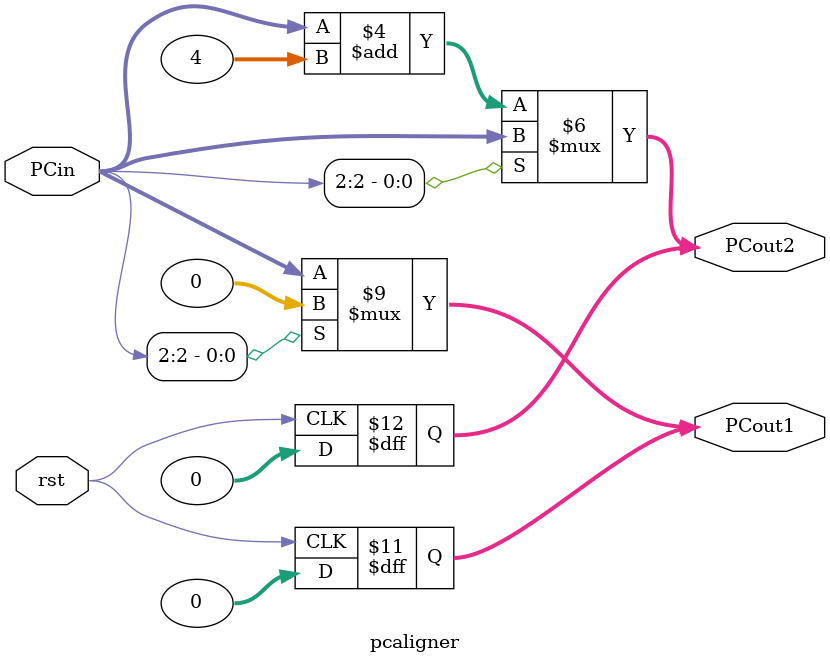
<source format=v>
module datapath (input CLK, RESET);

	// fetch and decode wires
	wire [31:0] InstrF1, PCPlus8F1, PCBranchD1, PCInter1, PCJump1, PCprime1, PCF1, InstrD1, PCPlus8D1;
	wire PCSrcD1, jumpD1, StallF1, FlushD1, StallD1, StallE1, StallM1;
	wire [31:0] liljump1, PCInter21, PCPredict1;
	wire ireadmiss1, ireadready1;
	wire [31:0] iaddy1;
	wire [4095:0] idata1;
	wire predictionF1;
	wire [1:0] branchstate1;

	wire [31:0] InstrF2, PCPlus8F2, PCBranchD2, PCInter2, PCJump2, PCprime2, PCF2, InstrD2, PCPlus8D2;
	wire PCSrcD2, jumpD2, StallF2, FlushD2, StallD2, StallE2, StallM2, rstall;
	wire [31:0] liljump2, PCInter22, PCPredict2;
	wire ireadmiss2, ireadready2;
	wire [31:0] iaddy2;
	wire [4095:0] idata2;
	wire predictionF2;
	wire [1:0] branchstate2;
	
	// decode and execute wires 1
	wire MemtoRegD1, MemWriteD1, RegDstD1, RegWriteD1;
	wire out_selectD1;
	wire [1:0] ALUSrcD1;
	wire [3:0] ALUControlD1;
	wire [31:0] RD1D1, RD2D1, ResultW1, interResultW1;
	wire [4:0] WriteRegW1;
	wire [31:0] SEimmD1, ZEimmD1, ZPimmD1, SEimmshftD1, SEimmE1, ZEimmE1, ZPimmE1;
	wire [31:0] ExecuteOutM1, branch_checkA1, branch_checkB1;
	wire ForwardAD1, ForwardBD1;
	wire [31:0] RD1E1, RD2E1; 
	wire [4:0] RsE1, RtE1, RdE1;
	wire FlushE1, btbhit1;
	wire isBranchD1, isBranchE1, predictionD1, PCSrcE1;
	wire [31:0] PCE1, PCD1, PCBranchE1;

	// decode and execute wires 2
	wire MemtoRegD2, MemWriteD2, RegDstD2, RegWriteD2;
	wire out_selectD2;
	wire [1:0] ALUSrcD2;
	wire [3:0] ALUControlD2;
	wire [31:0] RD1D2, RD2D2, ResultW2, interResultW2;
	wire [4:0] WriteRegW2;
	wire [31:0] SEimmD2, ZEimmD2, ZPimmD2, SEimmshftD2, SEimmE2, ZEimmE2, ZPimmE2;
	wire [31:0] ExecuteOutM2, branch_checkA2, branch_checkB2;
	wire ForwardAD2, ForwardBD2;
	wire [31:0] RD1E2, RD2E2; 
	wire [4:0] RsE2, RtE2, RdE2;
	wire FlushE2, btbhit2;
	wire isBranchD2, isBranchE2, predictionD2, PCSrcE2;
	wire [31:0] PCE2, PCD2, PCBranchE2;

	wire abort, abort2;

	// execute and memory wires1
	wire MemtoRegE1, MemWriteE1, RegDstE1, RegWriteE1, jumpE1, jumpM1, jumpW1;
	wire out_selectE1;
	wire [1:0] ALUSrcE1;
	wire [3:0] ALUControlE1;
	//wire [4:0] prejumpWriteRegE;
	wire [4:0] WriteRegE1, WriteRegM1;
	wire [2:0] ForwardAE1, ForwardBE1;
	wire [31:0] SrcAE1, SrcBE1, WriteDataE1, ALUOutE1, WriteDataM1, PCPlus8E1, PCPlus8M1, PCPlus8W1;
	wire [31:0] ExecuteOutE1;

	// execute and memory wires2
	wire MemtoRegE2, MemWriteE2, RegDstE2, RegWriteE2, jumpE2, jumpM2, jumpW2;
	wire out_selectE2;
	wire [1:0] ALUSrcE2;
	wire [3:0] ALUControlE2;
	//wire [4:0] prejumpWriteRegE;
	wire [4:0] WriteRegE2, WriteRegM2;
	wire [2:0] ForwardAE2, ForwardBE2;
	wire [31:0] SrcAE2, SrcBE2, WriteDataE2, ALUOutE2, WriteDataM2, PCPlus8E2, PCPlus8M2, PCPlus8W2;
	wire [31:0] ExecuteOutE2;

	// memory and writeback wires 1
	wire MemtoRegM1, MemWriteM1, RegWriteM1;
	wire [31:0] ReadDataM1, ExecuteOutW1;

	wire MemtoRegW1, RegWriteW1;
	wire FlushW1;
	wire [31:0] ReadDataW1;

	wire [31:0] addymem1, datawrite1;
	wire [127:0] datareadmiss1;
	wire ReadReady1, WriteReady1, readmiss1, memwritethru1;

	// memory and writeback wires 2
	wire MemtoRegM2, MemWriteM2, RegWriteM2;
	wire [31:0] ReadDataM2, ExecuteOutW2;

	wire MemtoRegW2, RegWriteW2;
	wire FlushM2, FlushW2;
	wire [31:0] ReadDataW2;

	wire [31:0] addymem2, datawrite2;
	wire [127:0] datareadmiss2;
	wire ReadReady2, WriteReady2, readmiss2, memwritethru2;
	wire lwstalladjacent;

//-----------------FETCH----------------//
	// PC Selection
	mux2 branchmux1( .d0(PCInter21) , .d1(PCBranchD1), .s((PCSrcD1 ^ predictionD1)), .y(PCprime1));
	mux2 jumpmux1( .d0(PCPlus8F1), .d1(PCJump1), .s(jumpD1), .y(PCInter1));

	mux2 predictmux1( .d0(PCInter1), .d1(PCPredict1), .s(btbhit1), .y(PCInter21));

	btbuff_ btbuffer(.PC_current1(PCF1), .PC1(PCE1), .PCBranch1(PCBranchE1), .Branch1(isBranchE1), .BranchTaken1(PCSrcE1), .Clk(CLK), .Rst(RESET), 
		.statein1(branchstate1), .PCPredict1(PCPredict1), .prediction1(predictionF1), .btbhit1(btbhit1),
		.PC_current2(PCF2), .PC2(PCE2), .PCBranch2(PCBranchE2), .Branch2(isBranchE2), .BranchTaken2(PCSrcE2), 
		.statein2(branchstate2), .PCPredict2(PCPredict2), .prediction2(predictionF2), .btbhit2(btbhit2)); //PCPredict is output to the new mux
	
	// PC Selection
	mux2 branchmux2( .d0(PCInter22) , .d1(PCBranchD2), .s((PCSrcD2 ^ predictionD2)), .y(PCprime2));

	mux2 predictmux2( .d0(PCJump2), .d1(PCPredict2), .s(btbhit2), .y(PCInter22));


	mux2 convergemux( .d0(PCprime1), .d1(PCprime2), .s( (jump2 || btbhit2 || (PCSrcD2 ^ predictionD2)) && ~(jump1 || btbhit1 || (PCSrcD1 ^ predictionD1)) ), .y(PCconverge));

	// gets correct PC from each path's prediction
	pcaligner aligner(PCconverge, PCF1, PCF2, RESET);

        // pc register and instruction memory
	register #(32) PCreg1( .D(PCprime1), .Q(PCF1), .En(StallF1), .Clk(CLK), .Clr(RESET));
	
	assign abort = PCSrcD1 ^ predictionD1;

	icache instr_cache(.addy1(PCF1), .datareadmiss(idata1),. readready(ireadready1), 
			   .Rst(RESET), .Clk(CLK), .abort(abort),
			   .instr1(InstrF1), .address1(iaddy1), .readmiss(ireadmiss1),
			   .addy2(PCF2), .instr2(InstrF2));

	inst_memory #(15) imem( .Address(iaddy1), .Read_data(idata1), .ReadReady(ireadready1), .ReadMiss(ireadmiss1), 
				.abort(abort), .Clk(CLK), .Rst(RESET));


	adder plus8( .a(PCF1), .b(32'b1000), .y(PCPlus8F1));

        // flush fetch stage when have a jump instruction or we incorrectly guessed the branch result (prediction and ground truth should both be 0 or 1)
	assign FlushD1 = jumpD1 || (PCSrcD1^predictionD1) || lwstalladjacent;

	// Fetch-Decode pipeline register, clear on a flush or reset
	FDReg fdreg1( .InstrF(InstrF1), .InstrD(InstrD1), .PCPlus4F(PCPlus8F1), .PCPlus4D(PCPlus8D1), .PCF(PCF1), .PCD(PCD1), 
			.predictionF(predictionF1), .predictionD(predictionD1), .En(StallD1), .Clk(CLK), .Clr(FlushD1 || RESET));
	
        //jump target addy
	shftr jumpshift1( .a({6'b0,InstrD1[25:0]}), .y(liljump1));
	assign PCJump1 = {PCPlus8F1[31:28],liljump1[27:0]};

	// Fetch-Decode pipeline register, clear on a flush or reset
	FDReg fdreg2( .InstrF(InstrF2), .InstrD(InstrD2), .PCPlus4F(PCPlus8F2), .PCPlus4D(PCPlus8D2), .PCF(PCF2), .PCD(PCD2), 
			.predictionF(predictionF1), .predictionD(predictionD2), .En(StallD2), .Clk(CLK), .Clr(FlushD2 || RESET)); //FlushD2 and StallD2 and predictionF2
	
        //jump target addy
	shftr jumpshift2( .a({6'b0,InstrD2[25:0]}), .y(liljump2));
	assign PCJump2 = {PCPlus8F2[31:28],liljump2[27:0]};

	

	
	assign abort2 = PCSrcD2 ^ predictionD2;


        // flush fetch stage when have a jump instruction or we incorrectly guessed the branch result (prediction and ground truth should both be 0 or 1)
	assign FlushD2 = jumpD2 || (PCSrcD2^predictionD2);


//-----------------DECODE----------------//
	
	// control logic
	controller ctrlr1(	.op(InstrD1[31:26]), .funct(InstrD1[5:0]), .memtoreg(MemtoRegD1), .memwrite(MemWriteD1), .alusrc(ALUSrcD1), 
				.out_select(out_selectD1), 
				.regdst(RegDstD1), .regwrite(RegWriteD1), .jump(jumpD1), .alucontrol(ALUControlD1));

	controller ctrlr2(	.op(InstrD2[31:26]), .funct(InstrD2[5:0]), .memtoreg(MemtoRegD2), .memwrite(MemWriteD2), .alusrc(ALUSrcD2), 
				.out_select(out_selectD2), 
				.regdst(RegDstD2), .regwrite(RegWriteD2), .jump(jumpD2), .alucontrol(ALUControlD2));

	// register file
	reg_file regfile( .A1_1(InstrD1[25:21]), .A2_1(InstrD1[20:16]), .RD1_1(RD1D1), .RD2_1(RD2D1), .WR_1(WriteRegW1), .WD_1(ResultW1), .Write_enable_1(RegWriteW1),
			.A1_2(InstrD2[25:21]), .A2_2(InstrD2[20:16]), .RD1_2(RD1D2), .RD2_2(RD2D2), .WR_2(WriteRegW2), .WD_2(ResultW2), .Write_enable_2(RegWriteW2), 
			.Rst(RESET), .Clk(CLK));
	
	//immediate handling
	signext signextend1( .a(InstrD1[15:0]), .y(SEimmD1));
	zeroext zeroextend1( .a(InstrD1[15:0]), .y(ZEimmD1));
	zeropad zeropadder1( .a(InstrD1[15:0]), .y(ZPimmD1));

	signext signextend2( .a(InstrD2[15:0]), .y(SEimmD2));
	zeroext zeroextend2( .a(InstrD2[15:0]), .y(ZEimmD2));
	zeropad zeropadder2( .a(InstrD2[15:0]), .y(ZPimmD2));
	
	// handle branch target address
	shftr branchshift1( .a(SEimmD1), .y(SEimmshftD1));
	adder btadder1( .a(SEimmshftD1), .b(PCPlus8D1), .y(PCBranchD1));

	shftr branchshift2( .a(SEimmD2), .y(SEimmshftD2));
	adder btadder2( .a(SEimmshftD2), .b(PCPlus8D2), .y(PCBranchD2));
	
	// muxes for branch conditions to get most up to date registers
	mux2 branchfwda( .d0(RD1D1), .d1(ExecuteOutM1), .s(ForwardAD1), .y(branch_checkA1));
	mux2 branchfwdb( .d0(RD2D1), .d1(ExecuteOutM1), .s(ForwardBD1), .y(branch_checkB1));


	// branch comparator
	equality eq1( .op(InstrD1[31:26]), .srca(branch_checkA1), .srcb(branch_checkB1), .StallD(StallD1), .eq_ne(PCSrcD1), .branch(isBranchD1));

	equality eq2( .op(InstrD2[31:26]), .srca(branch_checkA2), .srcb(branch_checkB2), .StallD(StallD2), .eq_ne(PCSrcD2), .branch(isBranchD2));
	
	// decode execute pipeline register, clear on a flush or reset
	DEReg dereg1( 	.RegWriteD(RegWriteD1), .RegWriteE(RegWriteE1), .MemtoRegD(MemtoRegD1), .MemtoRegE(MemtoRegE1), .MemWriteD(MemWriteD1), 
			.MemWriteE(MemWriteE1), .ALUControlD(ALUControlD1), .ALUControlE(ALUControlE1), .ALUSrcD(ALUSrcD1), .ALUSrcE(ALUSrcE1), 
			.RegDstD(RegDstD1), .RegDstE(RegDstE1), .OutSelectD(out_selectD1), .OutSelectE(out_selectE1), .jumpD(jumpD1), .jumpE(jumpE1),
			.Rd1D(RD1D1), .Rd2D(RD2D1), .Rd1E(RD1E1), .Rd2E(RD2E1), .RsD(InstrD1[25:21]), .RsE(RsE1), .RtD(InstrD1[20:16]), 
			.RtE(RtE1), .RdD(InstrD1[15:11]), . RdE(RdE1), .SEimmD(SEimmD1), .SEimmE(SEimmE1), .ZEimmD(ZEimmD1), .ZEimmE(ZEimmE1),
			.ZPimmD(ZPimmD1), .ZPimmE(ZPimmE1), .PCPlus4D(PCPlus8D1), .PCPlus4E(PCPlus8E1), .Clk(CLK), .Clr(FlushE1 || RESET), .En(StallE1),
			.PCE(PCE1), .PCD(PCD1), .isBranchE(isBranchE1), .isBranchD(isBranchD1), .PCSrcE(PCSrcE1), .PCSrcD(PCSrcD1), .PCBranchE(PCBranchE1), .PCBranchD(PCBranchD1));

	DEReg dereg2( 	.RegWriteD(RegWriteD2), .RegWriteE(RegWriteE2), .MemtoRegD(MemtoRegD2), .MemtoRegE(MemtoRegE2), .MemWriteD(MemWriteD2), 
			.MemWriteE(MemWriteE2), .ALUControlD(ALUControlD2), .ALUControlE(ALUControlE2), .ALUSrcD(ALUSrcD2), .ALUSrcE(ALUSrcE2), 
			.RegDstD(RegDstD2), .RegDstE(RegDstE2), .OutSelectD(out_selectD2), .OutSelectE(out_selectE2), .jumpD(jumpD2), .jumpE(jumpE2),
			.Rd1D(RD1D2), .Rd2D(RD2D2), .Rd1E(RD1E2), .Rd2E(RD2E2), .RsD(InstrD2[25:21]), .RsE(RsE2), .RtD(InstrD2[20:16]), 
			.RtE(RtE2), .RdD(InstrD2[15:11]), . RdE(RdE2), .SEimmD(SEimmD2), .SEimmE(SEimmE2), .ZEimmD(ZEimmD2), .ZEimmE(ZEimmE2),
			.ZPimmD(ZPimmD2), .ZPimmE(ZPimmE2), .PCPlus4D(PCPlus8D2), .PCPlus4E(PCPlus8E2), .Clk(CLK), .Clr(FlushE2 || RESET), .En(StallE2), //FlushE2, StallE2
			.PCE(PCE2), .PCD(PCD2), .isBranchE(isBranchE2), .isBranchD(isBranchD2), .PCSrcE(PCSrcE2), .PCSrcD(PCSrcD2), .PCBranchE(PCBranchE2), .PCBranchD(PCBranchD2));

//-----------------EXECUTE----------------//

	twolevel_bp ranch_predictor(.PC1(PCE1), .Branch1(isBranchE1), .BranchTaken1(PCSrcE1), .Clk(CLK), .Rst(RESET), .stateout1(branchstate1),
			     .PC2(PCE2), .Branch2(isBranchE2), .BranchTaken2(PCSrcE2), .stateout2(branchstate2));

	// muxes for determining the destination register
	mux2 #(5) regdest1( .d0(RtE1), .d1(RdE1), .s(RegDstE1), .y(WriteRegE1));

	mux2 #(5) regdest2( .d0(RtE2), .d1(RdE2), .s(RegDstE2), .y(WriteRegE2));
	//mux2 #(5) jregdest( .d0(prejumpWriteRegE), .d1(5'b11111), .s(jumpE), .y(WriteRegE)); //for jal, set writereg to $ra (31)

	// muxes for forwarding from memory and writeback stages
	mux5 fwda1 ( .d0(RD1E1), .d1(ResultW1), .d2(ExecuteOutM1), .d3(ResultW2), .d4(ExecuteOutM2), .s(ForwardAE1), .y(SrcAE1));
	mux5 fwdb1 ( .d0(RD2E1), .d1(ResultW1), .d2(ExecuteOutM1), .d3(ResultW2), .d4(ExecuteOutM2), .s(ForwardBE1), .y(WriteDataE1));

	mux5 fwda2 ( .d0(RD1E2), .d1(ResultW2), .d2(ExecuteOutM2), .d3(ResultW1), .d4(ExecuteOutM1), .s(ForwardAE2), .y(SrcAE2));
	mux5 fwdb2 ( .d0(RD2E2), .d1(ResultW2), .d2(ExecuteOutM2), .d3(ResultW1), .d4(ExecuteOutM1), .s(ForwardBE2), .y(WriteDataE2));

	// alu src mux for immediate portion
	mux3 srcbmux1 ( .d0(WriteDataE1), .d1(SEimmE1), .d2(ZEimmE1), .s(ALUSrcE1), .y(SrcBE1));

	mux3 srcbmux2 ( .d0(WriteDataE2), .d1(SEimmE2), .d2(ZEimmE2), .s(ALUSrcE2), .y(SrcBE2));

	// ALU
	ALU alu1( .InA(SrcAE1), .InB(SrcBE1), .ALUControl(ALUControlE1), .out(ALUOutE1));
	ALU alu2( .InA(SrcAE2), .InB(SrcBE2), .ALUControl(ALUControlE2), .out(ALUOutE2));

	// output of execute stage
	mux2 outmux1( .d0(ALUOutE1), .d1(ZPimmE1), .s(out_selectE1), .y(ExecuteOutE1));
	mux2 outmux2( .d0(ALUOutE2), .d1(ZPimmE2), .s(out_selectE2), .y(ExecuteOutE2));

	// execute memory pipeline register
	EMReg emreg1(	.RegWriteE(RegWriteE1), .RegWriteM(RegWriteM1), .MemtoRegE(MemtoRegE1), 
			.MemtoRegM(MemtoRegM1), .MemWriteE(MemWriteE1), .MemWriteM(MemWriteM1),
			.ExecuteOutE(ExecuteOutE1), .ExecuteOutM(ExecuteOutM1), .WriteDataE(WriteDataE1), .WriteDataM(WriteDataM1), 
			.WriteRegE(WriteRegE1), .WriteRegM(WriteRegM1), .PCPlus4E(PCPlus8E1), .PCPlus4M(PCPlus8M1), .jumpE(jumpE1), 
			.jumpM(jumpM1), .En(StallM1), .Clk(CLK), .Clr(RESET));

	EMReg emreg(	.RegWriteE(RegWriteE2), .RegWriteM(RegWriteM2), .MemtoRegE(MemtoRegE2), 
			.MemtoRegM(MemtoRegM2), .MemWriteE(MemWriteE2), .MemWriteM(MemWriteM2),
			.ExecuteOutE(ExecuteOutE2), .ExecuteOutM(ExecuteOutM2), .WriteDataE(WriteDataE2), .WriteDataM(WriteDataM2), 
			.WriteRegE(WriteRegE2), .WriteRegM(WriteRegM2), .PCPlus4E(PCPlus8E2), .PCPlus4M(PCPlus8M2), .jumpE(jumpE2), 
			.jumpM(jumpM2), .En(StallM2), .Clk(CLK), .Clr(RESET || FlushM2)); //StallM2


//-----------------MEMORY----------------//
	
	// data memory

	ezcache cash(.addy1(ExecuteOutM1), .write_data1(WriteDataM1), .datareadmiss1(datareadmiss1), .memwrite1(MemWriteM1), .memtoreg1(MemtoRegM1), 
			.memtorege1(MemtoRegE1), .readready1(ReadReady1), .Rst(RESET), .Clk(CLK),
			.writeready1(WriteReady1), .dataout1(ReadDataM1), .datawrite1(datawrite1), 
			.address1(addymem1), .memwritethru1(memwritethru1), .readmiss1(readmiss1), 
			.addy2(ExecuteOutM2), .write_data2(WriteDataM2), .datareadmiss2(datareadmiss2), .memwrite2(MemWriteM2), .memtoreg2(MemtoRegM2), 
			.memtorege2(MemtoRegE2), .readready2(ReadReady2), 
			.writeready2(WriteReady2), .dataout2(ReadDataM2), .datawrite2(datawrite2), 
			.address2(addymem2), .memwritethru2(memwritethru2), .readmiss2(readmiss2)); 	

	data_memory dmem( .Address1(addymem1), .Read_data1(datareadmiss1), .MemWriteThrough1(memwritethru1), .Write_data1(datawrite1), .ReadMiss1(readmiss1),
			.ReadReady1(ReadReady1), .WriteReady1(WriteReady1), .Clk(CLK), .Rst(RESET),
			.Address2(addymem2), .Read_data2(datareadmiss2), .MemWriteThrough2(memwritethru2), .Write_data2(datawrite2), .ReadMiss2(readmiss2),
			.ReadReady2(ReadReady2), .WriteReady2(WriteReady2));

	// memory writeback pipeline register
	MWReg mwreg1(    .RegWriteM(RegWriteM1), .RegWriteW(RegWriteW1), .MemtoRegM(MemtoRegM1), .MemtoRegW(MemtoRegW1),
			.ReadDataM(ReadDataM1), .ReadDataW(ReadDataW1), .ExecuteOutM(ExecuteOutM1), .ExecuteOutW(ExecuteOutW1), 
			.WriteRegM(WriteRegM1), .WriteRegW(WriteRegW1), .jumpM(jumpM1), .jumpW(jumpW1), .PCPlus4M(PCPlus8M1), 
			.PCPlus4W(PCPlus8W1), .Clk(CLK), .Clr(RESET || FlushW1));	

	MWReg mwreg2(    .RegWriteM(RegWriteM2), .RegWriteW(RegWriteW2), .MemtoRegM(MemtoRegM2), .MemtoRegW(MemtoRegW2),
			.ReadDataM(ReadDataM2), .ReadDataW(ReadDataW2), .ExecuteOutM(ExecuteOutM2), .ExecuteOutW(ExecuteOutW2), 
			.WriteRegM(WriteRegM2), .WriteRegW(WriteRegW2), .jumpM(jumpM2), .jumpW(jumpW2), .PCPlus4M(PCPlus8M2), 
			.PCPlus4W(PCPlus8W2), .Clk(CLK), .Clr(RESET || FlushW2));	 //FlushW2
	
//-----------------WRITEBACK----------------//

	// muxes to determine the data to writeback to the register file
	mux2 mem2reg1( .d0(ExecuteOutW1), .d1(ReadDataW1), .s(MemtoRegW1), .y(interResultW1));
	mux2 jmux1( .d0(interResultW1), .d1(PCPlus8W1), .s(jumpW1), .y(ResultW1));

	mux2 mem2reg2( .d0(ExecuteOutW2), .d1(ReadDataW2), .s(MemtoRegW2), .y(interResultW2));
	mux2 jmux2( .d0(interResultW2), .d1(PCPlus8W2), .s(jumpW2), .y(ResultW2));

//---------------THORGAN HAZARD------------------//

	// hazard unit
	hazard hazard_unit(	.RsE1(RsE1), .RtE1(RtE1), .RsD1(InstrD1[25:21]), .RtD1(InstrD1[20:16]), .WriteRegE1(WriteRegE1), .WriteRegM1(WriteRegM1), .WriteRegW1(WriteRegW1),
				.RsE2(RsE2), .RtE2(RtE2), .RsD2(InstrD2[25:21]), .RtD2(InstrD2[20:16]), .WriteRegE2(WriteRegE2), .WriteRegM2(WriteRegM2), .WriteRegW2(WriteRegW2), 
				.RegWriteW1(RegWriteW1), .RegWriteM1(RegWriteM1), .MemtoRegM1(MemtoRegM1), .RegWriteE1(RegWriteE1), .MemtoRegE1(MemtoRegE1), .MemWriteM1(MemWriteM1),
				.MemWriteE1(MemWriteE1), 
				.RegWriteW2(RegWriteW2), .RegWriteM2(RegWriteM2), .MemtoRegM2(MemtoRegM2), .RegWriteE2(RegWriteE2), .MemtoRegE2(MemtoRegE2), .MemWriteM2(MemWriteM2),
				.MemWriteE2(MemWriteE2), 
				.op(InstrD1[31:26]), .funct(InstrD1[5:0]), .rst(RESET), .clk(CLK), .abort(abort), .writemiss1(memwritethru1), .writemiss2(memwritethru2), .readmiss1(readmiss1), .readmiss2(readmiss2), .ireadmiss(ireadmiss1),
				.MemWriteD(MemWriteD1), .MemtoRegD1(MemtoRegD1), 
				.StallF1(StallF1), .StallD1(StallD1), .StallE1(StallE1), .StallM1(StallM1), .FlushE1(FlushE1), .FlushW1(FlushW1), .ForwardAD1(ForwardAD1), .ForwardBD1(ForwardBD1),
				.StallF2(StallF2), .StallD2(StallD2), .StallE2(StallE2), .StallM2(StallM2), .FlushE2(FlushE2), .FlushM2(FlushM2), .FlushW2(FlushW2), .ForwardAD2(ForwardAD2), .ForwardBD2(ForwardBD2), 
				.ForwardAE1(ForwardAE1), .ForwardBE1(ForwardBE1), .ForwardAE2(ForwardAE2), .ForwardBE2(ForwardBE2),
				.Valid(1'b0), .ReadReady1(ReadReady1), .ReadReady2(ReadReady2), .iReadReady(ireadready1), .WriteReady1(WriteReady1), .WriteReady2(WriteReady2), .rstall(rstall), .lwstalladjacent(lwstalladjacent));
	

endmodule
// EQUALITY CHECKER //
module equality (	input [5:0] op, 
			input [31:0] srca, srcb, 
			input StallD,
			output eq_ne, branch);

	// if srca == scrb and its a beq, or if srca != srcb and its a bne, eq_ne =1 , else eq_ne = 0
	
	assign eq_ne = (srca==srcb) ? ((op == 6'b000100 && StallD == 0) ? 1:0) : ((op == 6'b000101 && StallD == 0) ? 1:0);

	assign branch = (op == 6'b000100 || op == 6'b000101) ? 1:0;
endmodule

// MULTIPLEXER 2:1 //
module mux2 #(parameter WIDTH = 32)
	(input [WIDTH-1:0] d0, d1, input s, output [WIDTH-1:0] y);
	assign y = s ? d1:d0;
endmodule 

// MUX 3:1 //
module mux3 #(parameter WIDTH = 32)
	(input [WIDTH-1:0] d0, d1, d2, input [1:0] s, output [WIDTH-1:0] y); 
	assign y = s[1] ? d2:(s[0] ? d1:d0);
endmodule 

// MUX 4:1 //
module mux4 #(parameter WIDTH = 32)
	(input [WIDTH-1:0] d0, d1, d2, d3, input [1:0] s, output [WIDTH-1:0] y); 
	assign y = s[1] ? (s[0] ? d3:d2):(s[0] ? d1:d0);
endmodule 

// MUX 5:1 //
module mux5 #(parameter WIDTH = 32)
	(input [WIDTH-1:0] d0, d1, d2, d3, d4, input [2:0] s, output [WIDTH-1:0] y); 
	assign y = s[2] ? d4:(s[1] ? (s[0] ? d3:d2):(s[0] ? d1:d0));
endmodule 


// ADDER //
module adder(input [31:0] a,b, output [31:0] y);
	assign y=a+b;
endmodule

// SHIFT LEFT MULTIPLY BY 4 ////
module shftr(input [31:0] a, output [31:0] y);
	//shift left by 2 is multiplying by four
	assign y = {a[29:0], 2'b00};
endmodule

// SIGN EXTENSION //
module signext(input [15:0] a, output [31:0] y);
	assign y = {{16{a[15]}},a};
endmodule

// ZERO EXTENSION //
module zeroext(input [15:0] a, output [31:0] y);
	assign y = {{16'b0},a};			
endmodule

// ZERO PADdy //
module zeropad(input [15:0] a, output [31:0] y);
	assign y = {a,{16'b0}};
endmodule 

// PC ALIGNER
module pcaligner(input [31:0] PCin, output reg [31:0] PCout1, output reg [31:0] PCout2, input rst);
	always @(posedge rst)
	begin
		 PCout1 <= 32'b0;
		 PCout2 <= 32'b0;
	end
	
	always @(PCin)
	begin
		// next pc is odd, set top to nop, set bottom to odd
		if(PCin[2] == 1)
		begin
			PCout1 <= 32'b0;
			PCout2 <= PCin;
		end
		else // normal case, PC + 8, top is even, bottom is odd part
		begin
			PCout1 <= PCin;
			PCout2 <= PCin + 32'h4;
		end
	end
endmodule


</source>
